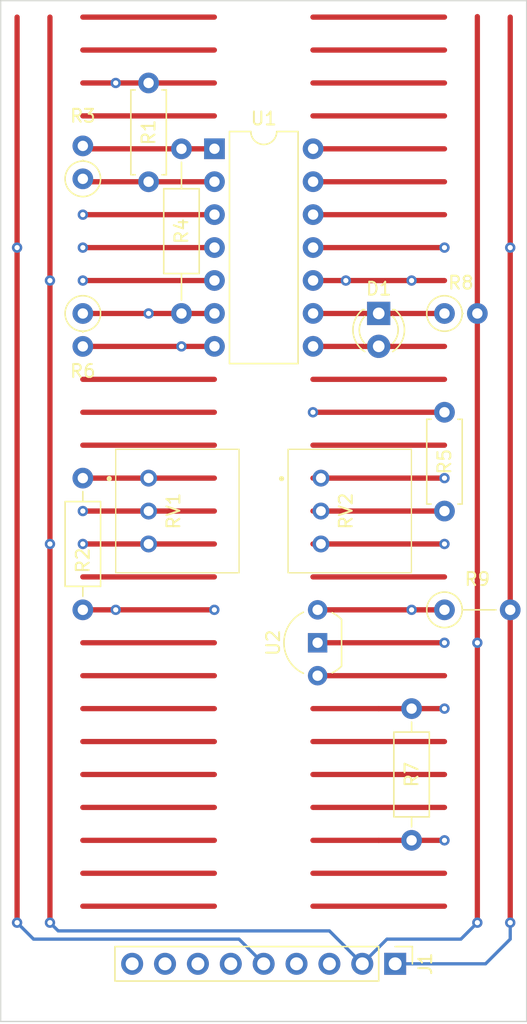
<source format=kicad_pcb>
(kicad_pcb (version 20211014) (generator pcbnew)
  (title_block (title "Attenuverter Prototype") (date "2022-08-26") (rev "1.0") (company "Len Popp") (comment 1 "Copyright © 2022 Len Popp CC BY") (comment 2 "Layout design for my custom Eurorack breadboard prototyping module"))
  (layers (0 "F.Cu" signal) (1 "In1.Cu" jumper "Wire1.Cu") (2 "In2.Cu" jumper "Wire2.Cu") (3 "In3.Cu" jumper "Wire3.Cu") (4 "In4.Cu" jumper "Wire4.Cu") (31 "B.Cu" signal) (34 "B.Paste" user) (35 "F.Paste" user) (36 "B.SilkS" user "B.Silkscreen") (37 "F.SilkS" user "F.Silkscreen") (38 "B.Mask" user) (39 "F.Mask" user) (44 "Edge.Cuts" user))
  (net 0 "")
  (net 1 "+12V")
  (net 2 "GND")
  (net 3 "-12V")
  (net 4 "+5V")
  (net 5 "BUS-GATE")
  (net 6 "BUS-CV")
  (net 8 "Net-(C1-Pad2)")
  (net 9 "Net-(C1-Pad1)")
  (net 10 "Net-(C2-Pad2)")
  (net 11 "Net-(C2-Pad1)")
  (net 12 "Net-(D1-Pad1)")
  (net 13 "Net-(D1-Pad2)")
  (net 14 "OUT")
  (net 15 "IN")
  (net 16 "Net-(R5-Pad1)")
  (net 17 "-5VREF")
  (net 18 "Net-(RV1-Pad2)")
  (net 19 "Net-(R2-Pad2)")
  (footprint "Connector_PinHeader_2.54mm:PinHeader_1x09_P2.54mm_Vertical" (layer "F.Cu") (at 113.03 98.425 -90)
    (fp_text reference "J1" (at 0 -2.33 90) (layer "F.SilkS"))
    (fp_text value "Conn_01x09")
    (fp_line (start -1.33 21.65) (end 1.33 21.65) (layer "F.SilkS") (width 0.12))
    (fp_line (start -1.33 1.27) (end -1.33 21.65) (layer "F.SilkS") (width 0.12))
    (fp_line (start 1.33 1.27) (end 1.33 21.65) (layer "F.SilkS") (width 0.12))
    (fp_line (start -1.33 -1.33) (end 0 -1.33) (layer "F.SilkS") (width 0.12))
    (fp_line (start -1.33 1.27) (end 1.33 1.27) (layer "F.SilkS") (width 0.12))
    (fp_line (start -1.33 0) (end -1.33 -1.33) (layer "F.SilkS") (width 0.12))
    (pad "1" thru_hole rect locked (at 0 0 270) (size 1.7 1.7) (drill 1) (layers *.Cu *.Mask) (net 3 "-12V"))
    (pad "2" thru_hole oval locked (at 0 2.54 270) (size 1.7 1.7) (drill 1) (layers *.Cu *.Mask) (net 2 "GND"))
    (pad "3" thru_hole oval locked (at 0 5.08 270) (size 1.7 1.7) (drill 1) (layers *.Cu *.Mask) (net 14 "OUT"))
    (pad "4" thru_hole oval locked (at 0 7.62 270) (size 1.7 1.7) (drill 1) (layers *.Cu *.Mask) (net 15 "IN"))
    (pad "5" thru_hole oval locked (at 0 10.16 270) (size 1.7 1.7) (drill 1) (layers *.Cu *.Mask) (net 1 "+12V"))
    (pad "6" thru_hole oval locked (at 0 12.7 270) (size 1.7 1.7) (drill 1) (layers *.Cu *.Mask))
    (pad "7" thru_hole oval locked (at 0 15.24 270) (size 1.7 1.7) (drill 1) (layers *.Cu *.Mask) (net 4 "+5V"))
    (pad "8" thru_hole oval locked (at 0 17.78 270) (size 1.7 1.7) (drill 1) (layers *.Cu *.Mask) (net 6 "BUS-CV"))
    (pad "9" thru_hole oval locked (at 0 20.32 270) (size 1.7 1.7) (drill 1) (layers *.Cu *.Mask) (net 5 "BUS-GATE"))
  )
  (footprint "-lmp-misc:R_Axial_DIN0207_L6.3mm_D2.5mm_P7.62mm_Horizontal" (layer "F.Cu") (at 93.98 30.48 -90)
    (fp_text reference "R1" (at 3.81 0 90) (layer "F.SilkS"))
    (fp_text value "100K")
    (fp_line (start 0.54 1.37) (end 7.08 1.37) (layer "F.SilkS") (width 0.12))
    (fp_line (start 7.08 1.37) (end 7.08 1.04) (layer "F.SilkS") (width 0.12))
    (fp_line (start 0.54 -1.04) (end 0.54 -1.37) (layer "F.SilkS") (width 0.12))
    (fp_line (start 7.08 -1.37) (end 7.08 -1.04) (layer "F.SilkS") (width 0.12))
    (fp_line (start 0.54 1.04) (end 0.54 1.37) (layer "F.SilkS") (width 0.12))
    (fp_line (start 0.54 -1.37) (end 7.08 -1.37) (layer "F.SilkS") (width 0.12))
    (pad "1" thru_hole circle locked (at 0 0 270) (size 1.6 1.6) (drill 0.8) (layers *.Cu *.Mask) (net 15 "IN"))
    (pad "2" thru_hole oval locked (at 7.62 0 270) (size 1.6 1.6) (drill 0.8) (layers *.Cu *.Mask) (net 9 "Net-(C1-Pad1)"))
  )
  (footprint "-lmp-misc:R_Axial_DIN0207_L6.3mm_D2.5mm_P7.62mm_Horizontal" (layer "F.Cu") (at 116.84 63.5 90)
    (fp_text reference "R5" (at 3.81 0 90) (layer "F.SilkS"))
    (fp_text value "200K")
    (fp_line (start 7.08 -1.37) (end 7.08 -1.04) (layer "F.SilkS") (width 0.12))
    (fp_line (start 0.54 1.04) (end 0.54 1.37) (layer "F.SilkS") (width 0.12))
    (fp_line (start 0.54 -1.37) (end 7.08 -1.37) (layer "F.SilkS") (width 0.12))
    (fp_line (start 0.54 1.37) (end 7.08 1.37) (layer "F.SilkS") (width 0.12))
    (fp_line (start 7.08 1.37) (end 7.08 1.04) (layer "F.SilkS") (width 0.12))
    (fp_line (start 0.54 -1.04) (end 0.54 -1.37) (layer "F.SilkS") (width 0.12))
    (pad "1" thru_hole circle locked (at 0 0 90) (size 1.6 1.6) (drill 0.8) (layers *.Cu *.Mask) (net 16 "Net-(R5-Pad1)"))
    (pad "2" thru_hole oval locked (at 7.62 0 90) (size 1.6 1.6) (drill 0.8) (layers *.Cu *.Mask) (net 11 "Net-(C2-Pad1)"))
  )
  (footprint "-lmp-misc:Potentiometer_Bourns_3310R_Top" (layer "F.Cu") (at 95.905 63.5 90)
    (fp_text reference "RV1" (at 0 0 90) (layer "F.SilkS"))
    (fp_text value "100K" hide)
    (fp_line (start -4.765 -4.465) (end 4.765 -4.465) (layer "F.SilkS") (width 0.1))
    (fp_line (start 2.4 -4.965) (end 2.4 -4.965) (layer "F.SilkS") (width 0.2))
    (fp_line (start 2.6 -4.965) (end 2.6 -4.965) (layer "F.SilkS") (width 0.2))
    (fp_line (start 4.765 5.065) (end -4.765 5.065) (layer "F.SilkS") (width 0.1))
    (fp_line (start 4.765 -4.465) (end 4.765 5.065) (layer "F.SilkS") (width 0.1))
    (fp_line (start -4.765 5.065) (end -4.765 -4.465) (layer "F.SilkS") (width 0.1))
    (fp_arc (start 2.4 -4.965) (mid 2.5 -5.065) (end 2.6 -4.965) (layer "F.SilkS") (width 0.2))
    (fp_arc (start 2.6 -4.965) (mid 2.5 -4.865) (end 2.4 -4.965) (layer "F.SilkS") (width 0.2))
    (pad "1" thru_hole circle (at 2.54 -1.925 90) (size 1.302857 1.302857) (drill 0.76) (layers *.Cu *.Mask) (net 19 "Net-(R2-Pad2)"))
    (pad "2" thru_hole circle (at 0 -1.925 90) (size 1.302857 1.302857) (drill 0.76) (layers *.Cu *.Mask) (net 18 "Net-(RV1-Pad2)"))
    (pad "3" thru_hole circle (at -2.54 -1.925 90) (size 1.302857 1.302857) (drill 0.76) (layers *.Cu *.Mask) (net 2 "GND"))
  )
  (footprint "-lmp-stripboard:SB_Gen_1" (layer "F.Cu") (at 116.84 48.26)
    (fp_text reference "R8" (at 1.27 -2.37) (layer "F.SilkS"))
    (fp_text value "1K")
    (fp_line (start 1.37 0) (end 1.44 0) (layer "F.SilkS") (width 0.12))
    (fp_circle (center 0 0) (end 1.37 0) (layer "F.SilkS") (width 0.12) (fill none))
    (pad "1" thru_hole circle locked (at 0 0) (size 1.6 1.6) (drill 0.8) (layers *.Cu *.Mask) (net 12 "Net-(D1-Pad1)"))
    (pad "2" thru_hole oval locked (at 2.54 0) (size 1.6 1.6) (drill 0.8) (layers *.Cu *.Mask) (net 2 "GND"))
  )
  (footprint "-lmp-misc:Potentiometer_Bourns_3310R_Top" (layer "F.Cu") (at 109.22 63.5 90)
    (fp_text reference "RV2" (at 0 0 90) (layer "F.SilkS"))
    (fp_text value "100K" hide)
    (fp_line (start -4.765 5.065) (end -4.765 -4.465) (layer "F.SilkS") (width 0.1))
    (fp_line (start 2.6 -4.965) (end 2.6 -4.965) (layer "F.SilkS") (width 0.2))
    (fp_line (start 2.4 -4.965) (end 2.4 -4.965) (layer "F.SilkS") (width 0.2))
    (fp_line (start 4.765 -4.465) (end 4.765 5.065) (layer "F.SilkS") (width 0.1))
    (fp_line (start -4.765 -4.465) (end 4.765 -4.465) (layer "F.SilkS") (width 0.1))
    (fp_line (start 4.765 5.065) (end -4.765 5.065) (layer "F.SilkS") (width 0.1))
    (fp_arc (start 2.4 -4.965) (mid 2.5 -5.065) (end 2.6 -4.965) (layer "F.SilkS") (width 0.2))
    (fp_arc (start 2.6 -4.965) (mid 2.5 -4.865) (end 2.4 -4.965) (layer "F.SilkS") (width 0.2))
    (pad "1" thru_hole circle (at 2.54 -1.925 90) (size 1.302857 1.302857) (drill 0.76) (layers *.Cu *.Mask) (net 4 "+5V"))
    (pad "2" thru_hole circle (at 0 -1.925 90) (size 1.302857 1.302857) (drill 0.76) (layers *.Cu *.Mask) (net 16 "Net-(R5-Pad1)"))
    (pad "3" thru_hole circle (at -2.54 -1.925 90) (size 1.302857 1.302857) (drill 0.76) (layers *.Cu *.Mask) (net 17 "-5VREF"))
  )
  (footprint "-lmp-misc:R_Axial_DIN0207_L6.3mm_D2.5mm_P10.16mm_Horizontal" (layer "F.Cu") (at 114.3 78.74 -90)
    (fp_text reference "R7" (at 5.08 0 90) (layer "F.SilkS"))
    (fp_text value "51R")
    (fp_line (start 1.81 -1.37) (end 1.81 1.37) (layer "F.SilkS") (width 0.12))
    (fp_line (start 1.81 1.37) (end 8.35 1.37) (layer "F.SilkS") (width 0.12))
    (fp_line (start 8.35 1.37) (end 8.35 -1.37) (layer "F.SilkS") (width 0.12))
    (fp_line (start 1.04 0) (end 1.81 0) (layer "F.SilkS") (width 0.12))
    (fp_line (start 9.12 0) (end 8.35 0) (layer "F.SilkS") (width 0.12))
    (fp_line (start 8.35 -1.37) (end 1.81 -1.37) (layer "F.SilkS") (width 0.12))
    (pad "1" thru_hole circle locked (at 0 0 270) (size 1.6 1.6) (drill 0.8) (layers *.Cu *.Mask) (net 10 "Net-(C2-Pad2)"))
    (pad "2" thru_hole oval locked (at 10.16 0 270) (size 1.6 1.6) (drill 0.8) (layers *.Cu *.Mask) (net 14 "OUT"))
  )
  (footprint "-lmp-stripboard:SB_Gen_5" (layer "F.Cu") (at 96.52 35.56 -90)
    (fp_text reference "R4" (at 6.35 0 -90) (layer "F.SilkS"))
    (fp_text value "100K")
    (fp_line (start 9.62 -1.37) (end 3.08 -1.37) (layer "F.SilkS") (width 0.12))
    (fp_line (start 3.08 -1.37) (end 3.08 1.37) (layer "F.SilkS") (width 0.12))
    (fp_line (start 1.04 0) (end 3.08 0) (layer "F.SilkS") (width 0.12))
    (fp_line (start 11.66 0) (end 9.62 0) (layer "F.SilkS") (width 0.12))
    (fp_line (start 9.62 1.37) (end 9.62 -1.37) (layer "F.SilkS") (width 0.12))
    (fp_line (start 3.08 1.37) (end 9.62 1.37) (layer "F.SilkS") (width 0.12))
    (pad "1" thru_hole circle locked (at 0 0 270) (size 1.6 1.6) (drill 0.8) (layers *.Cu *.Mask) (net 8 "Net-(C1-Pad2)"))
    (pad "2" thru_hole oval locked (at 12.7 0 270) (size 1.6 1.6) (drill 0.8) (layers *.Cu *.Mask) (net 11 "Net-(C2-Pad1)"))
  )
  (footprint "-lmp-stripboard:SB_Gen_1" (layer "F.Cu") (at 88.9 48.26 -90)
    (fp_text reference "R6" (at 4.445 0 180) (layer "F.SilkS"))
    (fp_text value "200K")
    (fp_line (start 1.37 0) (end 1.44 0) (layer "F.SilkS") (width 0.12))
    (fp_circle (center 0 0) (end 1.37 0) (layer "F.SilkS") (width 0.12) (fill none))
    (pad "1" thru_hole circle locked (at 0 0 270) (size 1.6 1.6) (drill 0.8) (layers *.Cu *.Mask) (net 11 "Net-(C2-Pad1)"))
    (pad "2" thru_hole oval locked (at 2.54 0 270) (size 1.6 1.6) (drill 0.8) (layers *.Cu *.Mask) (net 10 "Net-(C2-Pad2)"))
  )
  (footprint "-lmp-stripboard:SB_Gen_2" (layer "F.Cu") (at 116.84 71.12)
    (fp_text reference "R9" (at 2.54 -2.37) (layer "F.SilkS"))
    (fp_text value "4K7")
    (fp_line (start 1.37 0) (end 3.98 0) (layer "F.SilkS") (width 0.12))
    (fp_circle (center 0 0) (end 1.37 0) (layer "F.SilkS") (width 0.12) (fill none))
    (pad "1" thru_hole circle locked (at 0 0) (size 1.6 1.6) (drill 0.8) (layers *.Cu *.Mask) (net 17 "-5VREF"))
    (pad "2" thru_hole oval locked (at 5.08 0) (size 1.6 1.6) (drill 0.8) (layers *.Cu *.Mask) (net 3 "-12V"))
  )
  (footprint "-lmp-misc:TO-92-2_Wide" (layer "F.Cu") (at 107.04 76.2 90)
    (fp_text reference "U2" (at 2.54 -3.43 90) (layer "F.SilkS"))
    (fp_text value "LM4040")
    (fp_line (start 0.74 1.85) (end 4.34 1.85) (layer "F.SilkS") (width 0.12))
    (fp_arc (start 0.1836 -1.098807) (mid 1.143021 -2.192817) (end 2.54 -2.6) (layer "F.SilkS") (width 0.12))
    (fp_arc (start 0.74 1.85) (mid 0.446097 1.509328) (end 0.215816 1.122795) (layer "F.SilkS") (width 0.12))
    (fp_arc (start 4.864184 1.122795) (mid 4.633903 1.509328) (end 4.34 1.85) (layer "F.SilkS") (width 0.12))
    (fp_arc (start 2.54 -2.6) (mid 3.936979 -2.192818) (end 4.8964 -1.098807) (layer "F.SilkS") (width 0.12))
    (pad "" thru_hole circle locked (at 0 0 90) (size 1.5 1.5) (drill 0.8) (layers *.Cu *.Mask))
    (pad "1" thru_hole rect locked (at 2.54 0 90) (size 1.5 1.5) (drill 0.8) (layers *.Cu *.Mask) (net 2 "GND"))
    (pad "2" thru_hole circle locked (at 5.08 0 90) (size 1.5 1.5) (drill 0.8) (layers *.Cu *.Mask) (net 17 "-5VREF"))
  )
  (footprint "LED_THT:LED_D3.0mm" (layer "F.Cu") (at 111.76 48.255 -90)
    (fp_text reference "D1" (at -1.9 0 180) (layer "F.SilkS"))
    (fp_text value "LED_Bidi")
    (fp_line (start -0.29 -1.236) (end -0.29 -1.08) (layer "F.SilkS") (width 0.12))
    (fp_line (start -0.29 1.08) (end -0.29 1.236) (layer "F.SilkS") (width 0.12))
    (fp_arc (start 2.31113 1.079837) (mid 1.270117 1.5) (end 0.229039 1.08) (layer "F.SilkS") (width 0.12))
    (fp_arc (start -0.29 -1.235516) (mid 1.366487 -1.987659) (end 2.942335 -1.078608) (layer "F.SilkS") (width 0.12))
    (fp_arc (start 2.942335 1.078608) (mid 1.366487 1.987659) (end -0.29 1.235516) (layer "F.SilkS") (width 0.12))
    (fp_arc (start 0.229039 -1.08) (mid 1.270117 -1.5) (end 2.31113 -1.079837) (layer "F.SilkS") (width 0.12))
    (pad "1" thru_hole rect (at 0 0 270) (size 1.8 1.8) (drill 0.9) (layers *.Cu *.Mask) (net 12 "Net-(D1-Pad1)"))
    (pad "2" thru_hole circle (at 2.54 0 270) (size 1.8 1.8) (drill 0.9) (layers *.Cu *.Mask) (net 13 "Net-(D1-Pad2)"))
  )
  (footprint "-lmp-stripboard:SB_Gen_1" (layer "F.Cu") (at 88.9 37.875 90)
    (fp_text reference "R3" (at 4.855 0 180) (layer "F.SilkS"))
    (fp_text value "100K")
    (fp_line (start 1.37 0) (end 1.44 0) (layer "F.SilkS") (width 0.12))
    (fp_circle (center 0 0) (end 1.37 0) (layer "F.SilkS") (width 0.12) (fill none))
    (pad "1" thru_hole circle locked (at 0 0 90) (size 1.6 1.6) (drill 0.8) (layers *.Cu *.Mask) (net 9 "Net-(C1-Pad1)"))
    (pad "2" thru_hole oval locked (at 2.54 0 90) (size 1.6 1.6) (drill 0.8) (layers *.Cu *.Mask) (net 8 "Net-(C1-Pad2)"))
  )
  (footprint "Package_DIP:DIP-14_W7.62mm" (layer "F.Cu") (at 99.07 35.555)
    (fp_text reference "U1" (at 3.81 -2.33) (layer "F.SilkS"))
    (fp_text value "TL074")
    (fp_line (start 1.16 -1.33) (end 1.16 16.57) (layer "F.SilkS") (width 0.12))
    (fp_line (start 1.16 16.57) (end 6.46 16.57) (layer "F.SilkS") (width 0.12))
    (fp_line (start 6.46 -1.33) (end 4.81 -1.33) (layer "F.SilkS") (width 0.12))
    (fp_line (start 6.46 16.57) (end 6.46 -1.33) (layer "F.SilkS") (width 0.12))
    (fp_line (start 2.81 -1.33) (end 1.16 -1.33) (layer "F.SilkS") (width 0.12))
    (fp_arc (start 4.81 -1.33) (mid 3.81 -0.33) (end 2.81 -1.33) (layer "F.SilkS") (width 0.12))
    (pad "1" thru_hole rect (at 0 0) (size 1.6 1.6) (drill 0.8) (layers *.Cu *.Mask) (net 8 "Net-(C1-Pad2)"))
    (pad "2" thru_hole oval (at 0 2.54) (size 1.6 1.6) (drill 0.8) (layers *.Cu *.Mask) (net 9 "Net-(C1-Pad1)"))
    (pad "3" thru_hole oval (at 0 5.08) (size 1.6 1.6) (drill 0.8) (layers *.Cu *.Mask) (net 18 "Net-(RV1-Pad2)"))
    (pad "4" thru_hole oval (at 0 7.62) (size 1.6 1.6) (drill 0.8) (layers *.Cu *.Mask) (net 1 "+12V"))
    (pad "5" thru_hole oval (at 0 10.16) (size 1.6 1.6) (drill 0.8) (layers *.Cu *.Mask) (net 2 "GND"))
    (pad "6" thru_hole oval (at 0 12.7) (size 1.6 1.6) (drill 0.8) (layers *.Cu *.Mask) (net 11 "Net-(C2-Pad1)"))
    (pad "7" thru_hole oval (at 0 15.24) (size 1.6 1.6) (drill 0.8) (layers *.Cu *.Mask) (net 10 "Net-(C2-Pad2)"))
    (pad "8" thru_hole oval (at 7.62 15.24) (size 1.6 1.6) (drill 0.8) (layers *.Cu *.Mask) (net 13 "Net-(D1-Pad2)"))
    (pad "9" thru_hole oval (at 7.62 12.7) (size 1.6 1.6) (drill 0.8) (layers *.Cu *.Mask) (net 12 "Net-(D1-Pad1)"))
    (pad "10" thru_hole oval (at 7.62 10.16) (size 1.6 1.6) (drill 0.8) (layers *.Cu *.Mask) (net 10 "Net-(C2-Pad2)"))
    (pad "11" thru_hole oval (at 7.62 7.62) (size 1.6 1.6) (drill 0.8) (layers *.Cu *.Mask) (net 3 "-12V"))
    (pad "12" thru_hole oval (at 7.62 5.08) (size 1.6 1.6) (drill 0.8) (layers *.Cu *.Mask))
    (pad "13" thru_hole oval (at 7.62 2.54) (size 1.6 1.6) (drill 0.8) (layers *.Cu *.Mask))
    (pad "14" thru_hole oval (at 7.62 0) (size 1.6 1.6) (drill 0.8) (layers *.Cu *.Mask))
  )
  (footprint "-lmp-misc:R_Axial_DIN0207_L6.3mm_D2.5mm_P10.16mm_Horizontal" (layer "F.Cu") (at 88.9 71.12 90)
    (fp_text reference "R2" (at 3.81 0 90) (layer "F.SilkS"))
    (fp_text value "33K2")
    (fp_line (start 1.81 1.37) (end 8.35 1.37) (layer "F.SilkS") (width 0.12))
    (fp_line (start 1.04 0) (end 1.81 0) (layer "F.SilkS") (width 0.12))
    (fp_line (start 1.81 -1.37) (end 1.81 1.37) (layer "F.SilkS") (width 0.12))
    (fp_line (start 8.35 1.37) (end 8.35 -1.37) (layer "F.SilkS") (width 0.12))
    (fp_line (start 9.12 0) (end 8.35 0) (layer "F.SilkS") (width 0.12))
    (fp_line (start 8.35 -1.37) (end 1.81 -1.37) (layer "F.SilkS") (width 0.12))
    (pad "1" thru_hole circle locked (at 0 0 90) (size 1.6 1.6) (drill 0.8) (layers *.Cu *.Mask) (net 15 "IN"))
    (pad "2" thru_hole oval locked (at 10.16 0 90) (size 1.6 1.6) (drill 0.8) (layers *.Cu *.Mask) (net 19 "Net-(R2-Pad2)"))
  )
  (gr_line (start 123.19 102.87) (end 82.55 102.87) (layer "Edge.Cuts") (width 0.1))
  (gr_line (start 123.19 24.13) (end 123.19 102.87) (layer "Edge.Cuts") (width 0.1))
  (gr_line (start 82.55 102.87) (end 82.55 24.13) (layer "Edge.Cuts") (width 0.1))
  (gr_line (start 82.55 24.13) (end 123.19 24.13) (layer "Edge.Cuts") (width 0.1))
  (segment (start 99.06 78.74) (end 88.9 78.74) (width 0.4064) (layer "F.Cu") (net 0))
  (segment (start 99.06 58.42) (end 88.9 58.42) (width 0.4064) (layer "F.Cu") (net 0))
  (segment (start 99.06 86.36) (end 88.9 86.36) (width 0.4064) (layer "F.Cu") (net 0))
  (segment (start 99.06 55.88) (end 88.9 55.88) (width 0.4064) (layer "F.Cu") (net 0))
  (segment (start 99.06 27.94) (end 88.9 27.94) (width 0.4064) (layer "F.Cu") (net 0))
  (segment (start 99.06 68.58) (end 88.9 68.58) (width 0.4064) (layer "F.Cu") (net 0))
  (segment (start 99.06 33.02) (end 88.9 33.02) (width 0.4064) (layer "F.Cu") (net 0))
  (segment (start 99.06 88.9) (end 88.9 88.9) (width 0.4064) (layer "F.Cu") (net 0))
  (segment (start 99.06 91.44) (end 88.9 91.44) (width 0.4064) (layer "F.Cu") (net 0))
  (segment (start 99.06 83.82) (end 88.9 83.82) (width 0.4064) (layer "F.Cu") (net 0))
  (segment (start 99.06 73.66) (end 88.9 73.66) (width 0.4064) (layer "F.Cu") (net 0))
  (segment (start 99.06 93.98) (end 88.9 93.98) (width 0.4064) (layer "F.Cu") (net 0))
  (segment (start 116.84 40.64) (end 106.68 40.64) (width 0.4064) (layer "F.Cu") (net 0))
  (segment (start 99.06 76.2) (end 88.9 76.2) (width 0.4064) (layer "F.Cu") (net 0))
  (segment (start 116.84 81.28) (end 106.68 81.28) (width 0.4064) (layer "F.Cu") (net 0))
  (segment (start 99.06 81.28) (end 88.9 81.28) (width 0.4064) (layer "F.Cu") (net 0))
  (segment (start 99.06 25.4) (end 88.9 25.4) (width 0.4064) (layer "F.Cu") (net 0))
  (segment (start 99.06 53.34) (end 88.9 53.34) (width 0.4064) (layer "F.Cu") (net 0))
  (segment (start 116.84 93.98) (end 106.68 93.98) (width 0.4064) (layer "F.Cu") (net 0))
  (segment (start 116.84 86.36) (end 106.68 86.36) (width 0.4064) (layer "F.Cu") (net 0))
  (segment (start 116.84 76.2) (end 106.68 76.2) (width 0.4064) (layer "F.Cu") (net 0))
  (segment (start 116.84 25.4) (end 106.68 25.4) (width 0.4064) (layer "F.Cu") (net 0))
  (segment (start 116.84 27.94) (end 106.68 27.94) (width 0.4064) (layer "F.Cu") (net 0))
  (segment (start 116.84 35.56) (end 106.68 35.56) (width 0.4064) (layer "F.Cu") (net 0))
  (segment (start 116.84 38.1) (end 106.68 38.1) (width 0.4064) (layer "F.Cu") (net 0))
  (segment (start 116.84 53.34) (end 106.68 53.34) (width 0.4064) (layer "F.Cu") (net 0))
  (segment (start 116.84 68.58) (end 106.68 68.58) (width 0.4064) (layer "F.Cu") (net 0))
  (segment (start 116.84 30.48) (end 106.68 30.48) (width 0.4064) (layer "F.Cu") (net 0))
  (segment (start 116.84 33.02) (end 106.68 33.02) (width 0.4064) (layer "F.Cu") (net 0))
  (segment (start 116.84 58.42) (end 106.68 58.42) (width 0.4064) (layer "F.Cu") (net 0))
  (segment (start 116.84 83.82) (end 106.68 83.82) (width 0.4064) (layer "F.Cu") (net 0))
  (segment (start 116.84 91.44) (end 106.68 91.44) (width 0.4064) (layer "F.Cu") (net 0))
  (segment (start 83.82 25.4) (end 83.82 43.18) (width 0.4064) (layer "F.Cu") (net 1))
  (segment (start 99.06 43.18) (end 88.9 43.18) (width 0.4064) (layer "F.Cu") (net 1))
  (segment (start 83.82 95.25) (end 83.82 95.25) (width 0.4064) (layer "F.Cu") (net 1))
  (segment (start 83.82 43.18) (end 83.82 95.25) (width 0.4064) (layer "F.Cu") (net 1))
  (via (at 83.82 43.18) (size 0.8) (drill 0.4) (layers "F.Cu" "B.Cu") (net 1))
  (via (at 83.82 95.25) (size 0.8) (drill 0.4) (layers "F.Cu" "B.Cu") (net 1))
  (via (at 88.9 43.18) (size 0.8) (drill 0.4) (layers "F.Cu" "B.Cu") (net 1))
  (segment (start 102.87 98.425) (end 100.965 96.52) (width 0.25) (layer "B.Cu") (net 1))
  (segment (start 85.09 96.52) (end 84.219999 95.649999) (width 0.25) (layer "B.Cu") (net 1))
  (segment (start 100.965 96.52) (end 85.09 96.52) (width 0.25) (layer "B.Cu") (net 1))
  (segment (start 84.219999 95.649999) (end 83.82 95.25) (width 0.25) (layer "B.Cu") (net 1))
  (segment (start 86.36 25.4) (end 86.36 45.72) (width 0.4064) (layer "F.Cu") (net 2))
  (segment (start 116.84 73.66) (end 106.68 73.66) (width 0.4064) (layer "F.Cu") (net 2))
  (segment (start 99.06 45.72) (end 88.9 45.72) (width 0.4064) (layer "F.Cu") (net 2))
  (segment (start 99.06 66.04) (end 88.9 66.04) (width 0.4064) (layer "F.Cu") (net 2))
  (segment (start 119.38 95.25) (end 119.38 95.25) (width 0.4064) (layer "F.Cu") (net 2))
  (segment (start 86.36 95.25) (end 86.36 95.25) (width 0.4064) (layer "F.Cu") (net 2))
  (segment (start 86.36 66.04) (end 86.36 95.25) (width 0.4064) (layer "F.Cu") (net 2))
  (segment (start 119.38 25.36) (end 119.38 73.66) (width 0.4064) (layer "F.Cu") (net 2))
  (segment (start 119.38 73.66) (end 119.38 95.25) (width 0.4064) (layer "F.Cu") (net 2))
  (segment (start 86.36 45.72) (end 86.36 66.04) (width 0.4064) (layer "F.Cu") (net 2))
  (via (at 119.38 95.25) (size 0.8) (drill 0.4) (layers "F.Cu" "B.Cu") (net 2))
  (via (at 86.36 45.72) (size 0.8) (drill 0.4) (layers "F.Cu" "B.Cu") (net 2))
  (via (at 88.9 66.04) (size 0.8) (drill 0.4) (layers "F.Cu" "B.Cu") (net 2))
  (via (at 86.36 66.04) (size 0.8) (drill 0.4) (layers "F.Cu" "B.Cu") (net 2))
  (via (at 88.9 45.72) (size 0.8) (drill 0.4) (layers "F.Cu" "B.Cu") (net 2))
  (via (at 86.36 95.25) (size 0.8) (drill 0.4) (layers "F.Cu" "B.Cu") (net 2))
  (via (at 119.38 73.66) (size 0.8) (drill 0.4) (layers "F.Cu" "B.Cu") (net 2))
  (via (at 116.84 73.66) (size 0.8) (drill 0.4) (layers "F.Cu" "B.Cu") (net 2))
  (segment (start 86.36 95.25) (end 86.995 95.885) (width 0.25) (layer "B.Cu") (net 2))
  (segment (start 107.95 95.885) (end 110.49 98.425) (width 0.25) (layer "B.Cu") (net 2))
  (segment (start 112.395 96.52) (end 110.49 98.425) (width 0.25) (layer "B.Cu") (net 2))
  (segment (start 119.38 95.25) (end 118.11 96.52) (width 0.25) (layer "B.Cu") (net 2))
  (segment (start 118.11 96.52) (end 112.395 96.52) (width 0.25) (layer "B.Cu") (net 2))
  (segment (start 86.995 95.885) (end 107.95 95.885) (width 0.25) (layer "B.Cu") (net 2))
  (segment (start 121.92 25.4) (end 121.92 43.18) (width 0.4064) (layer "F.Cu") (net 3))
  (segment (start 116.84 43.18) (end 106.68 43.18) (width 0.4064) (layer "F.Cu") (net 3))
  (segment (start 121.92 95.25) (end 121.92 95.25) (width 0.4064) (layer "F.Cu") (net 3))
  (segment (start 121.92 43.18) (end 121.92 95.25) (width 0.4064) (layer "F.Cu") (net 3))
  (via (at 121.92 43.18) (size 0.8) (drill 0.4) (layers "F.Cu" "B.Cu") (net 3))
  (via (at 116.84 43.18) (size 0.8) (drill 0.4) (layers "F.Cu" "B.Cu") (net 3))
  (via (at 121.92 95.25) (size 0.8) (drill 0.4) (layers "F.Cu" "B.Cu") (net 3))
  (segment (start 121.92 95.25) (end 121.92 96.52) (width 0.25) (layer "B.Cu") (net 3))
  (segment (start 120.015 98.425) (end 113.03 98.425) (width 0.25) (layer "B.Cu") (net 3))
  (segment (start 121.92 96.52) (end 120.015 98.425) (width 0.25) (layer "B.Cu") (net 3))
  (segment (start 116.84 60.96) (end 106.68 60.96) (width 0.4064) (layer "F.Cu") (net 4))
  (via (at 116.84 60.96) (size 0.8) (drill 0.4) (layers "F.Cu" "B.Cu") (net 4))
  (segment (start 99.06 35.56) (end 88.9 35.56) (width 0.4064) (layer "F.Cu") (net 8))
  (segment (start 99.06 38.1) (end 88.9 38.1) (width 0.4064) (layer "F.Cu") (net 9))
  (segment (start 99.06 50.8) (end 96.52 50.8) (width 0.4064) (layer "F.Cu") (net 10))
  (segment (start 116.84 78.74) (end 111.76 78.74) (width 0.4064) (layer "F.Cu") (net 10))
  (segment (start 96.52 50.8) (end 88.9 50.8) (width 0.4064) (layer "F.Cu") (net 10))
  (segment (start 114.3 45.72) (end 109.22 45.72) (width 0.4064) (layer "F.Cu") (net 10))
  (segment (start 116.84 45.72) (end 114.3 45.72) (width 0.4064) (layer "F.Cu") (net 10))
  (segment (start 111.76 78.74) (end 106.68 78.74) (width 0.4064) (layer "F.Cu") (net 10))
  (segment (start 109.22 45.72) (end 106.68 45.72) (width 0.4064) (layer "F.Cu") (net 10))
  (via (at 109.22 45.72) (size 0.8) (drill 0.4) (layers "F.Cu" "B.Cu") (net 10))
  (via (at 116.84 78.74) (size 0.8) (drill 0.4) (layers "F.Cu" "B.Cu") (net 10))
  (via (at 96.52 50.8) (size 0.8) (drill 0.4) (layers "F.Cu" "B.Cu") (net 10))
  (via (at 114.3 45.72) (size 0.8) (drill 0.4) (layers "F.Cu" "B.Cu") (net 10))
  (segment (start 116.84 55.88) (end 106.68 55.88) (width 0.4064) (layer "F.Cu") (net 11))
  (segment (start 99.06 48.26) (end 93.98 48.26) (width 0.4064) (layer "F.Cu") (net 11))
  (segment (start 93.98 48.26) (end 88.9 48.26) (width 0.4064) (layer "F.Cu") (net 11))
  (via (at 106.68 55.88) (size 0.8) (drill 0.4) (layers "F.Cu" "B.Cu") (net 11))
  (via (at 93.98 48.26) (size 0.8) (drill 0.4) (layers "F.Cu" "B.Cu") (net 11))
  (segment (start 116.84 48.26) (end 106.68 48.26) (width 0.4064) (layer "F.Cu") (net 12))
  (segment (start 116.84 50.8) (end 106.68 50.8) (width 0.4064) (layer "F.Cu") (net 13))
  (segment (start 116.84 88.9) (end 111.76 88.9) (width 0.4064) (layer "F.Cu") (net 14))
  (segment (start 111.76 88.9) (end 106.68 88.9) (width 0.4064) (layer "F.Cu") (net 14))
  (via (at 116.84 88.9) (size 0.8) (drill 0.4) (layers "F.Cu" "B.Cu") (net 14))
  (segment (start 99.06 71.12) (end 91.44 71.12) (width 0.4064) (layer "F.Cu") (net 15))
  (segment (start 99.06 30.48) (end 88.9 30.48) (width 0.4064) (layer "F.Cu") (net 15))
  (segment (start 91.44 71.12) (end 88.9 71.12) (width 0.4064) (layer "F.Cu") (net 15))
  (via (at 91.44 30.48) (size 0.8) (drill 0.4) (layers "F.Cu" "B.Cu") (net 15))
  (via (at 99.06 71.12) (size 0.8) (drill 0.4) (layers "F.Cu" "B.Cu") (net 15))
  (via (at 91.44 71.12) (size 0.8) (drill 0.4) (layers "F.Cu" "B.Cu") (net 15))
  (segment (start 116.84 63.5) (end 106.68 63.5) (width 0.4064) (layer "F.Cu") (net 16))
  (segment (start 116.84 66.04) (end 106.68 66.04) (width 0.4064) (layer "F.Cu") (net 17))
  (segment (start 116.84 71.12) (end 114.3 71.12) (width 0.4064) (layer "F.Cu") (net 17))
  (segment (start 114.3 71.12) (end 106.68 71.12) (width 0.4064) (layer "F.Cu") (net 17))
  (via (at 116.84 66.04) (size 0.8) (drill 0.4) (layers "F.Cu" "B.Cu") (net 17))
  (via (at 114.3 71.12) (size 0.8) (drill 0.4) (layers "F.Cu" "B.Cu") (net 17))
  (segment (start 99.06 40.64) (end 88.9 40.64) (width 0.4064) (layer "F.Cu") (net 18))
  (segment (start 99.06 63.5) (end 88.9 63.5) (width 0.4064) (layer "F.Cu") (net 18))
  (via (at 88.9 40.64) (size 0.8) (drill 0.4) (layers "F.Cu" "B.Cu") (net 18))
  (via (at 88.9 63.5) (size 0.8) (drill 0.4) (layers "F.Cu" "B.Cu") (net 18))
  (segment (start 99.06 60.96) (end 88.9 60.96) (width 0.4064) (layer "F.Cu") (net 19))
)
</source>
